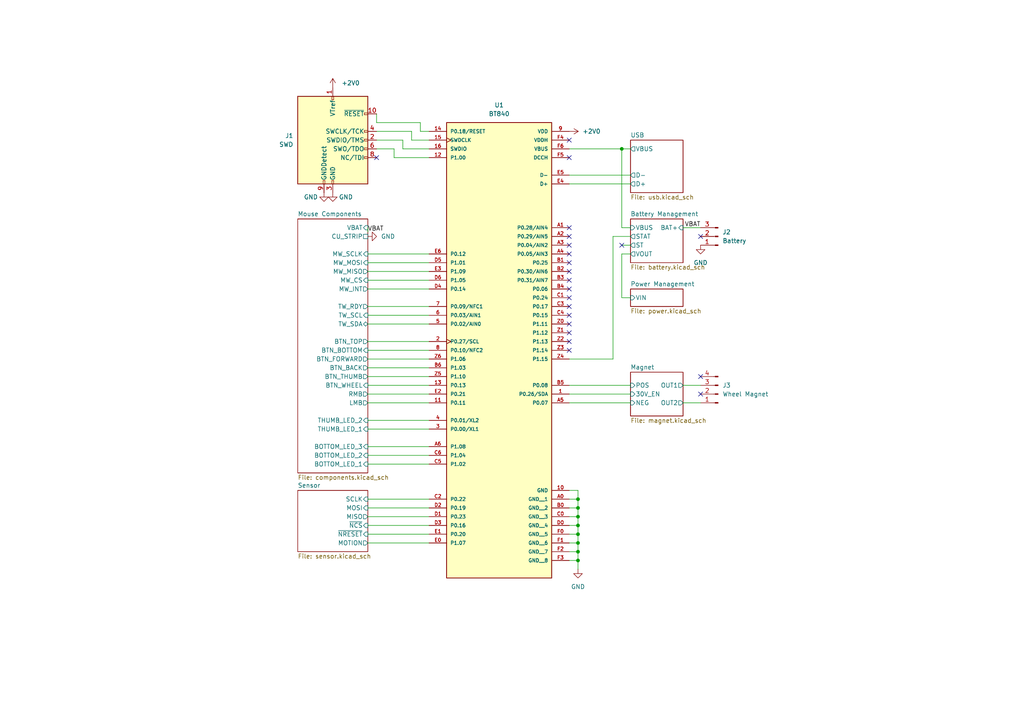
<source format=kicad_sch>
(kicad_sch (version 20230121) (generator eeschema)
  (paper "A4")
  (lib_symbols
    (symbol "2v:+2V" (power) (pin_numbers hide) (pin_names (offset 0) hide) (in_bom no) (on_board no)
      (property "Value" "+2V" (at 0 3.8 0))
      (symbol "+2V_0_1"
        (polyline (pts (xy -0.7623 1.3733) (xy -0.0003 2.6433)))
        (polyline (pts (xy -0.0003 2.6433) (xy 0.7617 1.3733)))
        (polyline (pts (xy 0 0) (xy 0 2.54)))
      )
      (symbol "+2V_1_1"
        (pin power_in line (at 0 0 90) (length 0) hide (name "+2V0") (number "1"))
      )
    )
    (symbol "BT840:BT840 Location Based Pins" (pin_names (offset 1.016))
      (property "Reference" "U" (at -15.24 57.15 0))
      (property "Value" "BT840" (at -15.2401 -78.7402 0))
      (symbol "BT840 Location Based Pins_0_0"
        (rectangle (start -15.24 55.88) (end 15.24 -76.2) (stroke (width 0.254)) (fill (type background)))
        (pin bidirectional line (at 20.32 -22.86 180) (length 5.08) (name "P0.26/SDA") (number "1"))
        (pin power_in line (at 20.32 -50.8 180) (length 5.08) (name "GND") (number "10"))
        (pin bidirectional line (at -20.32 -25.4 0) (length 5.08) (name "P0.11") (number "11"))
        (pin bidirectional line (at -20.32 45.72 0) (length 5.08) (name "P1.00") (number "12"))
        (pin bidirectional line (at -20.32 -20.32 0) (length 5.08) (name "P0.13") (number "13"))
        (pin bidirectional line (at -20.32 53.34 0) (length 5.08) (name "P0.18/RESET") (number "14"))
        (pin input clock (at -20.32 50.8 0) (length 5.08) (name "SWDCLK") (number "15"))
        (pin bidirectional line (at -20.32 48.26 0) (length 5.08) (name "SWDIO") (number "16"))
        (pin bidirectional clock (at -20.32 -7.62 0) (length 5.08) (name "P0.27/SCL") (number "2"))
        (pin bidirectional line (at -20.32 -33.02 0) (length 5.08) (name "P0.00/XL1") (number "3"))
        (pin bidirectional line (at -20.32 -30.48 0) (length 5.08) (name "P0.01/XL2") (number "4"))
        (pin bidirectional line (at -20.32 -2.54 0) (length 5.08) (name "P0.02/AIN0") (number "5"))
        (pin bidirectional line (at -20.32 0 0) (length 5.08) (name "P0.03/AIN1") (number "6"))
        (pin bidirectional line (at -20.32 2.54 0) (length 5.08) (name "P0.09/NFC1") (number "7"))
        (pin bidirectional line (at -20.32 -10.16 0) (length 5.08) (name "P0.10/NFC2") (number "8"))
        (pin power_in line (at 20.32 53.34 180) (length 5.08) (name "VDD") (number "9"))
        (pin power_in line (at 20.32 -53.34 180) (length 5.08) (name "GND__1") (number "A0"))
        (pin bidirectional line (at 20.32 25.4 180) (length 5.08) (name "P0.28/AIN4") (number "A1"))
        (pin bidirectional line (at 20.32 22.86 180) (length 5.08) (name "P0.29/AIN5") (number "A2"))
        (pin bidirectional line (at 20.32 20.32 180) (length 5.08) (name "P0.04/AIN2") (number "A3"))
        (pin bidirectional line (at 20.32 17.78 180) (length 5.08) (name "P0.05/AIN3") (number "A4"))
        (pin bidirectional line (at 20.32 -25.4 180) (length 5.08) (name "P0.07") (number "A5"))
        (pin bidirectional line (at -20.32 -38.1 0) (length 5.08) (name "P1.08") (number "A6"))
        (pin power_in line (at 20.32 -55.88 180) (length 5.08) (name "GND__2") (number "B0"))
        (pin bidirectional line (at 20.32 15.24 180) (length 5.08) (name "P0.25") (number "B1"))
        (pin bidirectional line (at 20.32 12.7 180) (length 5.08) (name "P0.30/AIN6") (number "B2"))
        (pin bidirectional line (at 20.32 10.16 180) (length 5.08) (name "P0.31/AIN7") (number "B3"))
        (pin bidirectional line (at 20.32 7.62 180) (length 5.08) (name "P0.06") (number "B4"))
        (pin bidirectional line (at 20.32 -20.32 180) (length 5.08) (name "P0.08") (number "B5"))
        (pin bidirectional line (at -20.32 -15.24 0) (length 5.08) (name "P1.03") (number "B6"))
        (pin power_in line (at 20.32 -58.42 180) (length 5.08) (name "GND__3") (number "C0"))
        (pin bidirectional line (at 20.32 5.08 180) (length 5.08) (name "P0.24") (number "C1"))
        (pin bidirectional line (at -20.32 -53.34 0) (length 5.08) (name "P0.22") (number "C2"))
        (pin bidirectional line (at 20.32 2.54 180) (length 5.08) (name "P0.17") (number "C3"))
        (pin bidirectional line (at 20.32 0 180) (length 5.08) (name "P0.15") (number "C4"))
        (pin bidirectional line (at -20.32 -43.18 0) (length 5.08) (name "P1.02") (number "C5"))
        (pin bidirectional line (at -20.32 -40.64 0) (length 5.08) (name "P1.04") (number "C6"))
        (pin power_in line (at 20.32 -60.96 180) (length 5.08) (name "GND__4") (number "D0"))
        (pin bidirectional line (at -20.32 -58.42 0) (length 5.08) (name "P0.23") (number "D1"))
        (pin bidirectional line (at -20.32 -55.88 0) (length 5.08) (name "P0.19") (number "D2"))
        (pin bidirectional line (at -20.32 -60.96 0) (length 5.08) (name "P0.16") (number "D3"))
        (pin bidirectional line (at -20.32 7.62 0) (length 5.08) (name "P0.14") (number "D4"))
        (pin bidirectional line (at -20.32 15.24 0) (length 5.08) (name "P1.01") (number "D5"))
        (pin bidirectional line (at -20.32 10.16 0) (length 5.08) (name "P1.05") (number "D6"))
        (pin bidirectional line (at -20.32 -66.04 0) (length 5.08) (name "P1.07") (number "E0"))
        (pin bidirectional line (at -20.32 -63.5 0) (length 5.08) (name "P0.20") (number "E1"))
        (pin bidirectional line (at -20.32 -22.86 0) (length 5.08) (name "P0.21") (number "E2"))
        (pin bidirectional line (at -20.32 12.7 0) (length 5.08) (name "P1.09") (number "E3"))
        (pin bidirectional line (at 20.32 38.1 180) (length 5.08) (name "D+") (number "E4"))
        (pin bidirectional line (at 20.32 40.64 180) (length 5.08) (name "D-") (number "E5"))
        (pin bidirectional line (at -20.32 17.78 0) (length 5.08) (name "P0.12") (number "E6"))
        (pin power_in line (at 20.32 -63.5 180) (length 5.08) (name "GND__5") (number "F0"))
        (pin power_in line (at 20.32 -66.04 180) (length 5.08) (name "GND__6") (number "F1"))
        (pin power_in line (at 20.32 -68.58 180) (length 5.08) (name "GND__7") (number "F2"))
        (pin power_in line (at 20.32 -71.12 180) (length 5.08) (name "GND__8") (number "F3"))
        (pin power_in line (at 20.32 50.8 180) (length 5.08) (name "VDDH") (number "F4"))
        (pin power_in line (at 20.32 45.72 180) (length 5.08) (name "DCCH") (number "F5"))
        (pin power_in line (at 20.32 48.26 180) (length 5.08) (name "VBUS") (number "F6"))
        (pin bidirectional line (at 20.32 -2.54 180) (length 5.08) (name "P1.11") (number "Z0"))
        (pin bidirectional line (at 20.32 -5.08 180) (length 5.08) (name "P1.12") (number "Z1"))
        (pin bidirectional line (at 20.32 -7.62 180) (length 5.08) (name "P1.13") (number "Z2"))
        (pin bidirectional line (at 20.32 -10.16 180) (length 5.08) (name "P1.14") (number "Z3"))
        (pin bidirectional line (at 20.32 -12.7 180) (length 5.08) (name "P1.15") (number "Z4"))
        (pin bidirectional line (at -20.32 -17.78 0) (length 5.08) (name "P1.10") (number "Z5"))
        (pin bidirectional line (at -20.32 -12.7 0) (length 5.08) (name "P1.06") (number "Z6"))
      )
    )
    (symbol "Connector:Conn_01x03_Pin" (pin_names (offset 1.016) hide)
      (property "Reference" "J" (at 0 5.08 0))
      (property "Value" "Conn_01x03_Pin" (at 0 -5.08 0))
      (symbol "Conn_01x03_Pin_1_1"
        (polyline (pts (xy 1.27 -2.54) (xy 0.8636 -2.54)) (stroke (width 0.1524)))
        (polyline (pts (xy 1.27 0) (xy 0.8636 0)) (stroke (width 0.1524)))
        (polyline (pts (xy 1.27 2.54) (xy 0.8636 2.54)) (stroke (width 0.1524)))
        (rectangle (start 0.8636 -2.413) (end 0 -2.667) (stroke (width 0.1524)) (fill (type outline)))
        (rectangle (start 0.8636 0.127) (end 0 -0.127) (stroke (width 0.1524)) (fill (type outline)))
        (rectangle (start 0.8636 2.667) (end 0 2.413) (stroke (width 0.1524)) (fill (type outline)))
        (pin passive line (at 5.08 2.54 180) (length 3.81) (name "Pin_1") (number "1"))
        (pin passive line (at 5.08 0 180) (length 3.81) (name "Pin_2") (number "2"))
        (pin passive line (at 5.08 -2.54 180) (length 3.81) (name "Pin_3") (number "3"))
      )
    )
    (symbol "Connector:Conn_01x04_Pin" (pin_names (offset 1.016) hide)
      (property "Reference" "J" (at 0 5.08 0))
      (property "Value" "Conn_01x04_Pin" (at 0 -7.62 0))
      (symbol "Conn_01x04_Pin_1_1"
        (polyline (pts (xy 1.27 -5.08) (xy 0.8636 -5.08)) (stroke (width 0.1524)))
        (polyline (pts (xy 1.27 -2.54) (xy 0.8636 -2.54)) (stroke (width 0.1524)))
        (polyline (pts (xy 1.27 0) (xy 0.8636 0)) (stroke (width 0.1524)))
        (polyline (pts (xy 1.27 2.54) (xy 0.8636 2.54)) (stroke (width 0.1524)))
        (rectangle (start 0.8636 -4.953) (end 0 -5.207) (stroke (width 0.1524)) (fill (type outline)))
        (rectangle (start 0.8636 -2.413) (end 0 -2.667) (stroke (width 0.1524)) (fill (type outline)))
        (rectangle (start 0.8636 0.127) (end 0 -0.127) (stroke (width 0.1524)) (fill (type outline)))
        (rectangle (start 0.8636 2.667) (end 0 2.413) (stroke (width 0.1524)) (fill (type outline)))
        (pin passive line (at 5.08 2.54 180) (length 3.81) (name "Pin_1") (number "1"))
        (pin passive line (at 5.08 0 180) (length 3.81) (name "Pin_2") (number "2"))
        (pin passive line (at 5.08 -2.54 180) (length 3.81) (name "Pin_3") (number "3"))
        (pin passive line (at 5.08 -5.08 180) (length 3.81) (name "Pin_4") (number "4"))
      )
    )
    (symbol "Connector:Conn_ARM_JTAG_SWD_10" (pin_names (offset 1.016))
      (property "Reference" "J" (at -2.54 16.51 0))
      (property "Value" "Conn_ARM_JTAG_SWD_10" (at -2.54 13.97 0))
      (symbol "Conn_ARM_JTAG_SWD_10_0_1"
        (rectangle (start -10.16 12.7) (end 10.16 -12.7) (stroke (width 0.254)) (fill (type background)))
        (rectangle (start -2.794 -12.7) (end -2.286 -11.684))
        (rectangle (start -0.254 -12.7) (end 0.254 -11.684))
        (rectangle (start -0.254 12.7) (end 0.254 11.684))
        (rectangle (start 9.144 2.286) (end 10.16 2.794))
        (rectangle (start 10.16 -2.794) (end 9.144 -2.286))
        (rectangle (start 10.16 -0.254) (end 9.144 0.254))
        (rectangle (start 10.16 7.874) (end 9.144 7.366))
      )
      (symbol "Conn_ARM_JTAG_SWD_10_1_1"
        (rectangle (start 9.144 -5.334) (end 10.16 -4.826))
        (pin power_in line (at 0 15.24 270) (length 2.54) (name "VTref") (number "1"))
        (pin open_collector line (at 12.7 7.62 180) (length 2.54) (name "~{RESET}") (number "10"))
        (pin bidirectional line (at 12.7 0 180) (length 2.54) (name "SWDIO/TMS") (number "2"))
        (pin power_in line (at 0 -15.24 90) (length 2.54) (name "GND") (number "3"))
        (pin output line (at 12.7 2.54 180) (length 2.54) (name "SWCLK/TCK") (number "4"))
        (pin passive line (at 0 -15.24 90) (length 2.54) hide (name "GND") (number "5"))
        (pin input line (at 12.7 -2.54 180) (length 2.54) (name "SWO/TDO") (number "6"))
        (pin no_connect line (at -10.16 0 0) (length 2.54) hide (name "KEY") (number "7"))
        (pin output line (at 12.7 -5.08 180) (length 2.54) (name "NC/TDI") (number "8"))
        (pin passive line (at -2.54 -15.24 90) (length 2.54) (name "GNDDetect") (number "9"))
      )
    )
    (symbol "power:GND" (power) (pin_names (offset 0))
      (property "Value" "GND" (at 0 -3.81 0))
      (symbol "GND_0_1"
        (polyline (pts (xy 0 0) (xy 0 -1.27) (xy 1.27 -1.27) (xy 0 -2.54) (xy -1.27 -1.27) (xy 0 -1.27)))
      )
      (symbol "GND_1_1"
        (pin power_in line (at 0 0 270) (length 0) hide (name "GND") (number "1"))
      )
    )
  )
  (junction (at 180.34 43.18))
  (junction (at 167.64 157.48))
  (junction (at 167.64 144.78))
  (junction (at 167.64 152.4))
  (junction (at 167.64 149.86))
  (junction (at 167.64 154.94))
  (junction (at 167.64 162.56))
  (junction (at 167.64 160.02))
  (junction (at 167.64 147.32))
  (no_connect (at 165.1 66.04))
  (no_connect (at 165.1 101.6))
  (no_connect (at 165.1 40.64))
  (no_connect (at 165.1 78.74))
  (no_connect (at 165.1 71.12))
  (no_connect (at 165.1 93.98))
  (no_connect (at 165.1 73.66))
  (no_connect (at 165.1 88.9))
  (no_connect (at 165.1 86.36))
  (no_connect (at 165.1 45.72))
  (no_connect (at 165.1 83.82))
  (no_connect (at 203.2 109.22))
  (no_connect (at 165.1 99.06))
  (no_connect (at 165.1 81.28))
  (no_connect (at 109.22 45.72))
  (no_connect (at 203.2 114.3))
  (no_connect (at 165.1 96.52))
  (no_connect (at 203.2 68.58))
  (no_connect (at 165.1 91.44))
  (no_connect (at 165.1 68.58))
  (no_connect (at 165.1 76.2))
  (no_connect (at 180.34 71.12))
  (wire (pts (xy 106.68 152.4) (xy 124.46 152.4)))
  (wire (pts (xy 106.68 114.3) (xy 124.46 114.3)))
  (wire (pts (xy 167.64 160.02) (xy 167.64 157.48)))
  (wire (pts (xy 119.38 40.64) (xy 119.38 38.1)))
  (wire (pts (xy 167.64 147.32) (xy 167.64 144.78)))
  (wire (pts (xy 165.1 111.76) (xy 182.88 111.76)))
  (wire (pts (xy 106.68 73.66) (xy 124.46 73.66)))
  (wire (pts (xy 167.64 162.56) (xy 167.64 160.02)))
  (wire (pts (xy 182.88 68.58) (xy 177.8 68.58)))
  (wire (pts (xy 198.12 116.84) (xy 203.2 116.84)))
  (wire (pts (xy 177.8 104.14) (xy 165.1 104.14)))
  (wire (pts (xy 116.84 43.18) (xy 124.46 43.18)))
  (wire (pts (xy 106.68 106.68) (xy 124.46 106.68)))
  (wire (pts (xy 106.68 149.86) (xy 124.46 149.86)))
  (wire (pts (xy 106.68 99.06) (xy 124.46 99.06)))
  (wire (pts (xy 106.68 78.74) (xy 124.46 78.74)))
  (wire (pts (xy 109.22 35.56) (xy 109.22 33.02)))
  (wire (pts (xy 106.68 76.2) (xy 124.46 76.2)))
  (wire (pts (xy 180.34 43.18) (xy 180.34 66.04)))
  (wire (pts (xy 165.1 152.4) (xy 167.64 152.4)))
  (wire (pts (xy 116.84 40.64) (xy 116.84 43.18)))
  (wire (pts (xy 109.22 43.18) (xy 114.3 43.18)))
  (wire (pts (xy 121.92 38.1) (xy 124.46 38.1)))
  (wire (pts (xy 106.68 144.78) (xy 124.46 144.78)))
  (wire (pts (xy 165.1 50.8) (xy 182.88 50.8)))
  (wire (pts (xy 167.64 144.78) (xy 165.1 144.78)))
  (wire (pts (xy 106.68 124.46) (xy 124.46 124.46)))
  (wire (pts (xy 106.68 111.76) (xy 124.46 111.76)))
  (wire (pts (xy 106.68 121.92) (xy 124.46 121.92)))
  (wire (pts (xy 106.68 154.94) (xy 124.46 154.94)))
  (wire (pts (xy 106.68 83.82) (xy 124.46 83.82)))
  (wire (pts (xy 106.68 91.44) (xy 124.46 91.44)))
  (wire (pts (xy 106.68 81.28) (xy 124.46 81.28)))
  (wire (pts (xy 167.64 149.86) (xy 167.64 147.32)))
  (wire (pts (xy 106.68 66.04) (xy 106.68 67.31)))
  (wire (pts (xy 109.22 40.64) (xy 116.84 40.64)))
  (wire (pts (xy 182.88 66.04) (xy 180.34 66.04)))
  (wire (pts (xy 177.8 68.58) (xy 177.8 104.14)))
  (wire (pts (xy 106.68 101.6) (xy 124.46 101.6)))
  (wire (pts (xy 180.34 73.66) (xy 180.34 86.36)))
  (wire (pts (xy 165.1 116.84) (xy 182.88 116.84)))
  (wire (pts (xy 198.12 66.04) (xy 203.2 66.04)))
  (wire (pts (xy 180.34 71.12) (xy 182.88 71.12)))
  (wire (pts (xy 165.1 53.34) (xy 182.88 53.34)))
  (wire (pts (xy 106.68 147.32) (xy 124.46 147.32)))
  (wire (pts (xy 106.68 157.48) (xy 124.46 157.48)))
  (wire (pts (xy 165.1 160.02) (xy 167.64 160.02)))
  (wire (pts (xy 114.3 45.72) (xy 124.46 45.72)))
  (wire (pts (xy 106.68 129.54) (xy 124.46 129.54)))
  (wire (pts (xy 106.68 93.98) (xy 124.46 93.98)))
  (wire (pts (xy 165.1 157.48) (xy 167.64 157.48)))
  (wire (pts (xy 182.88 73.66) (xy 180.34 73.66)))
  (wire (pts (xy 106.68 116.84) (xy 124.46 116.84)))
  (wire (pts (xy 106.68 104.14) (xy 124.46 104.14)))
  (wire (pts (xy 165.1 43.18) (xy 180.34 43.18)))
  (wire (pts (xy 106.68 134.62) (xy 124.46 134.62)))
  (wire (pts (xy 106.68 109.22) (xy 124.46 109.22)))
  (wire (pts (xy 165.1 147.32) (xy 167.64 147.32)))
  (wire (pts (xy 167.64 165.1) (xy 167.64 162.56)))
  (wire (pts (xy 106.68 132.08) (xy 124.46 132.08)))
  (wire (pts (xy 165.1 114.3) (xy 182.88 114.3)))
  (wire (pts (xy 167.64 157.48) (xy 167.64 154.94)))
  (wire (pts (xy 198.12 111.76) (xy 203.2 111.76)))
  (wire (pts (xy 167.64 154.94) (xy 167.64 152.4)))
  (wire (pts (xy 180.34 86.36) (xy 182.88 86.36)))
  (wire (pts (xy 109.22 35.56) (xy 121.92 35.56)))
  (wire (pts (xy 119.38 38.1) (xy 109.22 38.1)))
  (wire (pts (xy 180.34 43.18) (xy 182.88 43.18)))
  (wire (pts (xy 165.1 162.56) (xy 167.64 162.56)))
  (wire (pts (xy 121.92 35.56) (xy 121.92 38.1)))
  (wire (pts (xy 165.1 149.86) (xy 167.64 149.86)))
  (wire (pts (xy 167.64 142.24) (xy 167.64 144.78)))
  (wire (pts (xy 114.3 43.18) (xy 114.3 45.72)))
  (wire (pts (xy 165.1 142.24) (xy 167.64 142.24)))
  (wire (pts (xy 106.68 88.9) (xy 124.46 88.9)))
  (wire (pts (xy 167.64 152.4) (xy 167.64 149.86)))
  (wire (pts (xy 124.46 40.64) (xy 119.38 40.64)))
  (wire (pts (xy 165.1 154.94) (xy 167.64 154.94)))
  (label "VBAT" (at 203.2 66.04 180))
  (label "VBAT" (at 106.68 67.31 0))
  (symbol (lib_id "power:GND") (at 203.2 71.12 0) (unit 1)
    (property "Reference" "#PWR07" (effects hide))
    (property "Value" "GND" (at 203.2 76.2 0))
  )
  (symbol (lib_id "2v:+2V") (at 96.52 25.4 0) (unit 1) (in_bom no) (on_board no)
    (property "Reference" "#PWR02" (effects hide))
    (property "Value" "+2V" (at 99.06 24.0782 0) (effects (justify left)))
  )
  (symbol (lib_id "power:GND") (at 167.64 165.1 0) (unit 1)
    (property "Reference" "#PWR06" (effects hide))
    (property "Value" "GND" (at 167.64 170.18 0))
  )
  (symbol (lib_id "Connector:Conn_01x03_Pin") (at 208.28 68.58 180) (unit 1)
    (property "Reference" "J2" (at 209.55 67.31 0) (effects (justify right)))
    (property "Value" "Battery" (at 209.55 69.85 0) (effects (justify right)))
    (property "Footprint" "JSTZH:B3B-ZR-SM4-TF" (effects hide))
  )
  (symbol (lib_id "BT840:BT840 Location Based Pins") (at 144.78 91.44 0) (unit 1)
    (property "Reference" "U1" (at 144.78 30.48 0))
    (property "Value" "BT840" (at 144.78 33.02 0))
    (property "Footprint" "MCU:XCVR_BT840" (effects hide))
    (property "PARTREV" "1.22" (effects hide))
    (property "SNAPEDA_PN" "BT840" (effects hide))
    (property "STANDARD" "Manufacturer Recommendations" (effects hide))
    (property "MAXIMUM_PACKAGE_HEIGHT" "1.9 mm" (effects hide))
    (property "MANUFACTURER" "Fanstel Corp." (effects hide))
  )
  (symbol (lib_id "power:GND") (at 96.52 55.88 0) (unit 1)
    (property "Reference" "#PWR03" (effects hide))
    (property "Value" "GND" (at 100.33 57.15 0))
  )
  (symbol (lib_id "Connector:Conn_01x04_Pin") (at 208.28 114.3 180) (unit 1)
    (property "Reference" "J3" (at 209.55 111.76 0) (effects (justify right)))
    (property "Value" "Wheel Magnet" (at 209.55 114.3 0) (effects (justify right)))
    (property "Footprint" "JSTZH:B4B-ZR-SM4-TF" (effects hide))
  )
  (symbol (lib_id "Connector:Conn_ARM_JTAG_SWD_10") (at 96.52 40.64 0) (unit 1)
    (property "Reference" "J1" (at 85.09 39.3699 0) (effects (justify right)))
    (property "Value" "SWD" (at 85.09 41.9099 0) (effects (justify right)))
    (property "Footprint" "Connector_PinHeader_1.27mm:PinHeader_2x05_P1.27mm_Vertical_SMD" (effects hide))
    (property "Datasheet" "http://infocenter.arm.com/help/topic/com.arm.doc.ddi0314h/DDI0314H_coresight_components_trm.pdf" (effects hide))
  )
  (symbol (lib_id "2v:+2V") (at 165.1 38.1 270) (unit 1) (in_bom no) (on_board no)
    (property "Reference" "#PWR05" (effects hide))
    (property "Value" "+2V" (at 168.91 38.0996 90) (effects (justify left)))
  )
  (symbol (lib_id "power:GND") (at 106.68 68.58 90) (unit 1)
    (property "Reference" "#PWR04" (effects hide))
    (property "Value" "GND" (at 110.49 68.5799 90) (effects (justify right)))
  )
  (symbol (lib_id "power:GND") (at 93.98 55.88 0) (unit 1)
    (property "Reference" "#PWR01" (effects hide))
    (property "Value" "GND" (at 90.17 57.15 0))
  )
  (sheet (at 182.88 40.64) (size 15.24 15.24) (stroke (width 0.1524))
    (property "Sheetname" "USB" (at 182.88 39.9284 0) (effects (justify left bottom)))
    (property "Sheetfile" "usb.kicad_sch" (at 182.88 56.4646 0) (effects (justify left top)))
    (pin "VBUS" output (at 182.88 43.18 180))
    (pin "D-" output (at 182.88 50.8 180))
    (pin "D+" output (at 182.88 53.34 180))
  )
  (sheet (at 182.88 63.5) (size 15.24 12.7) (stroke (width 0.1524))
    (property "Sheetname" "Battery Management" (at 182.88 62.7884 0) (effects (justify left bottom)))
    (property "Sheetfile" "battery.kicad_sch" (at 182.88 76.7846 0) (effects (justify left top)))
    (pin "VBUS" input (at 182.88 66.04 180))
    (pin "ST" output (at 182.88 71.12 180))
    (pin "BAT+" input (at 198.12 66.04 0))
    (pin "VOUT" output (at 182.88 73.66 180))
    (pin "STAT" output (at 182.88 68.58 180))
  )
  (sheet (at 86.36 142.24) (size 20.32 17.78) (stroke (width 0.1524))
    (property "Sheetname" "Sensor" (at 86.36 141.5284 0) (effects (justify left bottom)))
    (property "Sheetfile" "sensor.kicad_sch" (at 86.36 160.6046 0) (effects (justify left top)))
    (pin "~{NRESET}" input (at 106.68 154.94 0))
    (pin "MOTION" output (at 106.68 157.48 0))
    (pin "SCLK" input (at 106.68 144.78 0))
    (pin "MOSI" input (at 106.68 147.32 0))
    (pin "~{NCS}" input (at 106.68 152.4 0))
    (pin "MISO" output (at 106.68 149.86 0))
  )
  (sheet (at 182.88 83.82) (size 15.24 5.08) (stroke (width 0.1524))
    (property "Sheetname" "Power Management" (at 182.88 83.1084 0) (effects (justify left bottom)))
    (property "Sheetfile" "power.kicad_sch" (at 182.88 89.4846 0) (effects (justify left top)))
    (pin "VIN" input (at 182.88 86.36 180))
  )
  (sheet (at 182.88 107.95) (size 15.24 12.7) (stroke (width 0.1524))
    (property "Sheetname" "Magnet" (at 182.88 107.2384 0) (effects (justify left bottom)))
    (property "Sheetfile" "magnet.kicad_sch" (at 182.88 121.2346 0) (effects (justify left top)))
    (pin "OUT1" output (at 198.12 111.76 0))
    (pin "OUT2" output (at 198.12 116.84 0))
    (pin "30V_EN" input (at 182.88 114.3 180))
    (pin "NEG" input (at 182.88 116.84 180))
    (pin "POS" input (at 182.88 111.76 180))
  )
  (sheet (at 86.36 63.5) (size 20.32 73.66) (stroke (width 0.1524))
    (property "Sheetname" "Mouse Components" (at 86.36 62.7884 0) (effects (justify left bottom)))
    (property "Sheetfile" "components.kicad_sch" (at 86.36 137.7446 0) (effects (justify left top)))
    (pin "LMB" output (at 106.68 116.84 0))
    (pin "THUMB_LED_2" input (at 106.68 121.92 0))
    (pin "BTN_BACK" output (at 106.68 106.68 0))
    (pin "BTN_FORWARD" output (at 106.68 104.14 0))
    (pin "BTN_TOP" output (at 106.68 99.06 0))
    (pin "THUMB_LED_1" input (at 106.68 124.46 0))
    (pin "CU_STRIP" passive (at 106.68 68.58 0))
    (pin "BTN_THUMB" output (at 106.68 109.22 0))
    (pin "MW_INT" output (at 106.68 83.82 0))
    (pin "MW_CS" input (at 106.68 81.28 0))
    (pin "MW_SCLK" input (at 106.68 73.66 0))
    (pin "MW_MOSI" input (at 106.68 76.2 0))
    (pin "MW_MISO" output (at 106.68 78.74 0))
    (pin "TW_RDY" output (at 106.68 88.9 0))
    (pin "TW_SCL" input (at 106.68 91.44 0))
    (pin "TW_SDA" bidirectional (at 106.68 93.98 0))
    (pin "VBAT" input (at 106.68 66.04 0))
    (pin "BOTTOM_LED_3" input (at 106.68 129.54 0))
    (pin "BOTTOM_LED_1" input (at 106.68 134.62 0))
    (pin "BOTTOM_LED_2" input (at 106.68 132.08 0))
    (pin "BTN_WHEEL" input (at 106.68 111.76 0))
    (pin "BTN_BOTTOM" input (at 106.68 101.6 0))
    (pin "RMB" output (at 106.68 114.3 0))
  )
)
</source>
